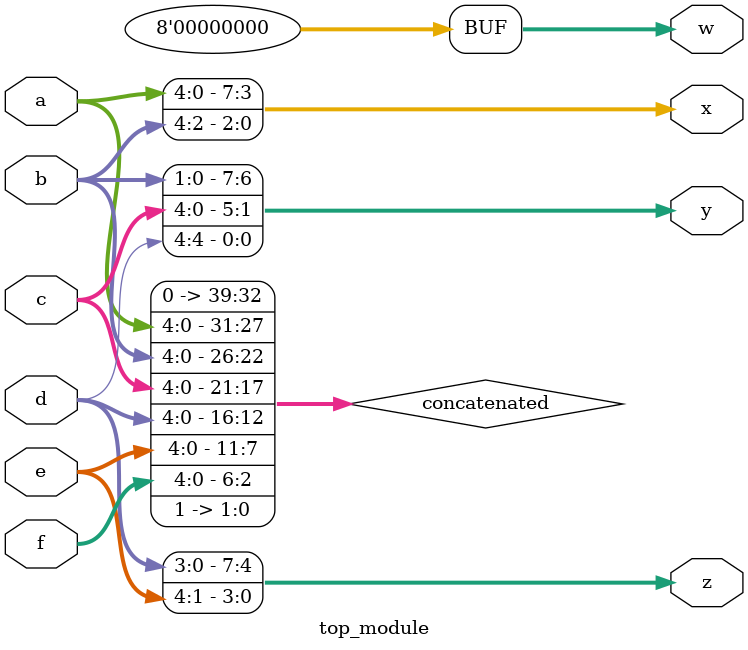
<source format=sv>
module top_module (
    input [4:0] a,
    input [4:0] b,
    input [4:0] c,
    input [4:0] d,
    input [4:0] e,
    input [4:0] f,
    output [7:0] w,
    output [7:0] x,
    output [7:0] y,
    output [7:0] z
);

    // Concatenate inputs and fixed bits to get a 40-bit value
    wire [39:0] concatenated;
    assign concatenated = {a, b, c, d, e, f, 2'b11};

    // Split the concatenated output into 4 8-bit outputs
    assign w = concatenated[39:32];
    assign x = concatenated[31:24];
    assign y = concatenated[23:16];
    assign z = concatenated[15:8];

endmodule

</source>
